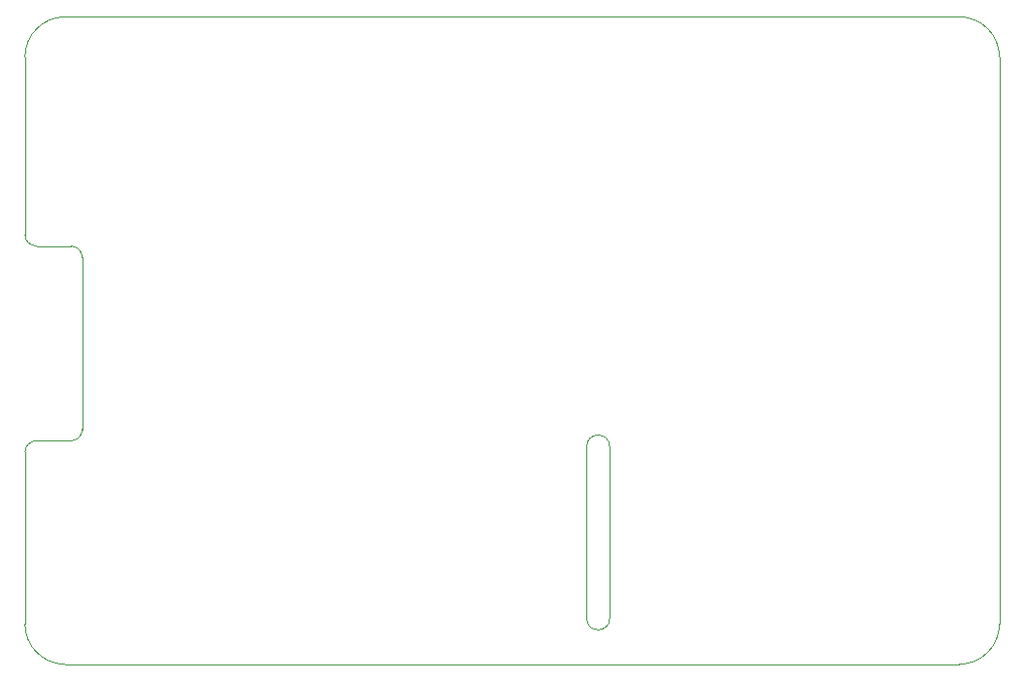
<source format=gbr>
%TF.GenerationSoftware,KiCad,Pcbnew,9.0.3*%
%TF.CreationDate,2025-07-26T10:45:52-05:00*%
%TF.ProjectId,1026 RPi Power Hat,31303236-2052-4506-9920-506f77657220,1.0.0*%
%TF.SameCoordinates,PX5f5e100PY8f0d180*%
%TF.FileFunction,Profile,NP*%
%FSLAX46Y46*%
G04 Gerber Fmt 4.6, Leading zero omitted, Abs format (unit mm)*
G04 Created by KiCad (PCBNEW 9.0.3) date 2025-07-26 10:45:52*
%MOMM*%
%LPD*%
G01*
G04 APERTURE LIST*
%TA.AperFunction,Profile*%
%ADD10C,0.100000*%
%TD*%
G04 APERTURE END LIST*
D10*
X0Y37500000D02*
X0Y53000000D01*
X49000000Y19000000D02*
X49000000Y4000000D01*
X4000000Y36500000D02*
G75*
G02*
X5000000Y35500000I0J-1000000D01*
G01*
X1000000Y36500000D02*
G75*
G02*
X0Y37500000I0J1000000D01*
G01*
X3500000Y0D02*
G75*
G02*
X0Y3500000I0J3500000D01*
G01*
X85000000Y3500000D02*
X85000000Y53000000D01*
X51000000Y19000000D02*
X51000000Y4000000D01*
X0Y18500000D02*
G75*
G02*
X1000000Y19500000I1000000J0D01*
G01*
X4000000Y19500000D02*
X1000000Y19500000D01*
X3500000Y0D02*
X81500000Y0D01*
X49000000Y19000000D02*
G75*
G02*
X51000000Y19000000I1000000J0D01*
G01*
X5000000Y20500000D02*
G75*
G02*
X4000000Y19500000I-1000000J0D01*
G01*
X5000000Y35500000D02*
X5000000Y20500000D01*
X51000000Y4000000D02*
G75*
G02*
X49000000Y4000000I-1000000J0D01*
G01*
X85000000Y3500000D02*
G75*
G02*
X81500000Y0I-3500000J0D01*
G01*
X81500000Y56500000D02*
X3500000Y56500000D01*
X0Y18500000D02*
X0Y3500000D01*
X4000000Y36500000D02*
X1000000Y36500000D01*
X0Y53000000D02*
G75*
G02*
X3500000Y56500000I3500000J0D01*
G01*
X81500000Y56500000D02*
G75*
G02*
X85000000Y53000000I0J-3500000D01*
G01*
M02*

</source>
